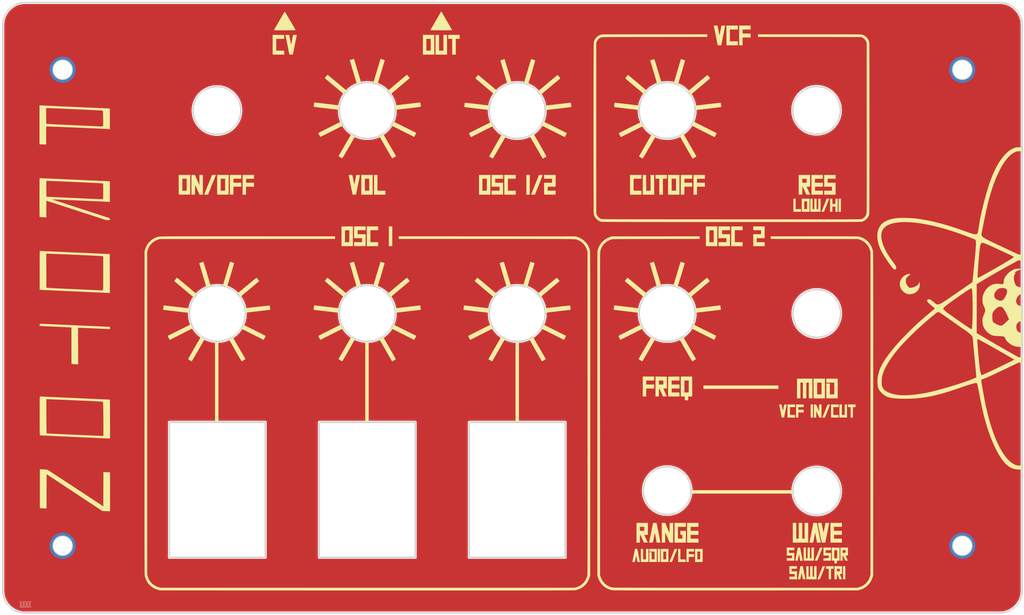
<source format=kicad_pcb>
(kicad_pcb (version 20211014) (generator pcbnew)
  (layers (0 "F.Cu" signal) (31 "B.Cu" signal) (34 "B.Paste" user) (35 "F.Paste" user) (36 "B.SilkS" user "B.Silkscreen") (37 "F.SilkS" user "F.Silkscreen") (38 "B.Mask" user) (39 "F.Mask" user) (44 "Edge.Cuts" user))
  (net 0 "")
  (net 1 "GND")
  (footprint "MountingHole:MountingHole_3.2mm_M3_DIN965_Pad" (layer "F.Cu") (at 368.863 161.711)
    (fp_text reference "H2" hide)
    (fp_text value "MountingHole_Pad")
    (pad "1" thru_hole circle (at 0 0) (size 3.5 3.5) (drill 2.5) (layers *.Cu *.Mask) (net 1 "GND"))
  )
  (footprint "MountingHole:MountingHole_3.2mm_M3_DIN965_Pad" (layer "F.Cu") (at 248.467 161.711)
    (fp_text reference "H2" hide)
    (fp_text value "MountingHole_Pad")
    (pad "1" thru_hole circle (at 0 0) (size 3.5 3.5) (drill 2.5) (layers *.Cu *.Mask) (net 1 "GND"))
  )
  (footprint "MountingHole:MountingHole_3.2mm_M3_DIN965_Pad" (layer "F.Cu") (at 368.863 225.465)
    (fp_text reference "H2" hide)
    (fp_text value "MountingHole_Pad")
    (pad "1" thru_hole circle (at 0 0) (size 3.5 3.5) (drill 2.5) (layers *.Cu *.Mask) (net 1 "GND"))
  )
  (footprint "MountingHole:MountingHole_3.2mm_M3_DIN965_Pad" (layer "F.Cu") (at 248.467 225.465)
    (fp_text reference "H2" hide)
    (fp_text value "MountingHole_Pad")
    (pad "1" thru_hole circle (at 0 0) (size 3.5 3.5) (drill 2.5) (layers *.Cu *.Mask) (net 1 "GND"))
  )
  (footprint "Proton Silkscreen:Proton Silkscreen" (layer "F.Cu") (at 311.184 192.672)
    (fp_text reference "G***" hide)
    (fp_text value "LOGO" hide)
  )
  (gr_line (start 315.725 227.022) (end 302.875 227.022) (layer "Edge.Cuts") (width 0.2))
  (gr_line (start 295.659 208.922) (end 295.659 227.022) (layer "Edge.Cuts") (width 0.2))
  (gr_circle (center 309.3 167.172) (end 313.05 167.172) (layer "Edge.Cuts") (width 0.2) (fill none))
  (gr_circle (center 349.3558 167.1466) (end 352.5558 167.1466) (layer "Edge.Cuts") (width 0.2) (fill none))
  (gr_line (start 243.467 152.711) (end 373.863 152.711) (layer "Edge.Cuts") (width 0.2))
  (gr_circle (center 368.863 225.465) (end 370.133 225.465) (layer "Edge.Cuts") (width 0.2) (fill none))
  (gr_circle (center 309.3 194.35) (end 313.05 194.35) (layer "Edge.Cuts") (width 0.2) (fill none))
  (gr_circle (center 269.168 194.35) (end 272.918 194.35) (layer "Edge.Cuts") (width 0.2) (fill none))
  (gr_line (start 282.809 227.022) (end 282.809 208.922) (layer "Edge.Cuts") (width 0.2))
  (gr_arc (start 373.863 152.711) (mid 375.98432 153.58968) (end 376.863 155.711) (layer "Edge.Cuts") (width 0.2))
  (gr_circle (center 289.234 194.35) (end 292.984 194.35) (layer "Edge.Cuts") (width 0.2) (fill none))
  (gr_circle (center 329.366 167.172) (end 333.116 167.172) (layer "Edge.Cuts") (width 0.2) (fill none))
  (gr_circle (center 329.366 194.35) (end 333.116 194.35) (layer "Edge.Cuts") (width 0.2) (fill none))
  (gr_arc (start 376.863 231.465) (mid 375.98432 233.58632) (end 373.863 234.465) (layer "Edge.Cuts") (width 0.2))
  (gr_circle (center 289.234 167.172) (end 292.984 167.172) (layer "Edge.Cuts") (width 0.2) (fill none))
  (gr_line (start 275.593 208.922) (end 275.593 227.022) (layer "Edge.Cuts") (width 0.2))
  (gr_line (start 262.743 208.922) (end 275.593 208.922) (layer "Edge.Cuts") (width 0.2))
  (gr_line (start 282.809 208.922) (end 295.659 208.922) (layer "Edge.Cuts") (width 0.2))
  (gr_circle (center 248.467 225.465) (end 249.737 225.465) (layer "Edge.Cuts") (width 0.2) (fill none))
  (gr_line (start 302.875 208.922) (end 315.725 208.922) (layer "Edge.Cuts") (width 0.2))
  (gr_line (start 275.593 227.022) (end 262.743 227.022) (layer "Edge.Cuts") (width 0.2))
  (gr_line (start 262.743 227.022) (end 262.743 208.922) (layer "Edge.Cuts") (width 0.2))
  (gr_circle (center 248.467 161.711) (end 249.737 161.711) (layer "Edge.Cuts") (width 0.2) (fill none))
  (gr_circle (center 368.863 161.711) (end 370.133 161.711) (layer "Edge.Cuts") (width 0.2) (fill none))
  (gr_line (start 376.863 155.711) (end 376.863 231.465) (layer "Edge.Cuts") (width 0.2))
  (gr_line (start 295.659 227.022) (end 282.809 227.022) (layer "Edge.Cuts") (width 0.2))
  (gr_line (start 240.467 231.465) (end 240.467 155.711) (layer "Edge.Cuts") (width 0.2))
  (gr_line (start 373.863 234.465) (end 243.467 234.465) (layer "Edge.Cuts") (width 0.2))
  (gr_circle (center 329.366 218.0736) (end 332.566 218.0736) (layer "Edge.Cuts") (width 0.2) (fill none))
  (gr_arc (start 243.467 234.465) (mid 241.34568 233.58632) (end 240.467 231.465) (layer "Edge.Cuts") (width 0.2))
  (gr_line (start 315.725 208.922) (end 315.725 227.022) (layer "Edge.Cuts") (width 0.2))
  (gr_circle (center 269.1172 167.172) (end 272.3172 167.172) (layer "Edge.Cuts") (width 0.2) (fill none))
  (gr_circle (center 349.3812 218.1244) (end 352.5812 218.1244) (layer "Edge.Cuts") (width 0.2) (fill none))
  (gr_line (start 302.875 227.022) (end 302.875 208.922) (layer "Edge.Cuts") (width 0.2))
  (gr_arc (start 240.467 155.711) (mid 241.34568 153.58968) (end 243.467 152.711) (layer "Edge.Cuts") (width 0.2))
  (gr_circle (center 349.3812 194.35) (end 352.5812 194.35) (layer "Edge.Cuts") (width 0.2) (fill none))
  (gr_text "JLCJLCJLCJLC" (at 243.5 233.35) (layer "B.SilkS") (effects (font (size 0.8 0.15) (thickness 0.0375))))
  (zone (net 1) (net_name "GND") (layer "F.Cu") (connect_pads yes (clearance 0.2)) (min_thickness 0.254) (fill yes (thermal_gap 0.508) (thermal_bridge_width 0.508))
    (polygon (pts (xy 377.034 234.722) (xy 240.084 234.572) (xy 240.284 152.472) (xy 377.134 152.422)))
  )
  (zone (net 1) (net_name "GND") (layer "F.Cu") (connect_pads yes (clearance 0.2)) (min_thickness 0.254) (fill yes (thermal_gap 0.508) (thermal_bridge_width 0.508))
    (polygon (pts (xy 377.034 234.672) (xy 240.084 234.572) (xy 240.284 152.522) (xy 377.084 152.372)))
  )
)
</source>
